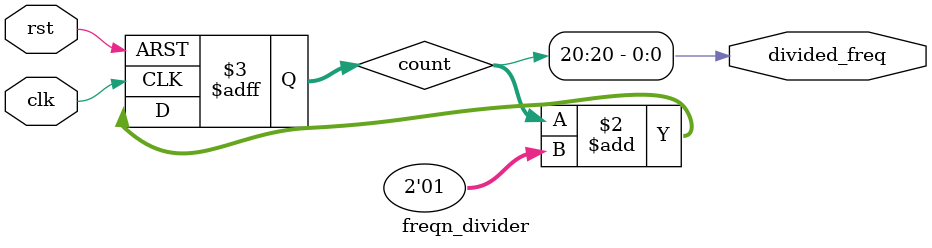
<source format=v>
`timescale 1ns / 1ps



module freqn_divider(input clk,rst,
                    output divided_freq);
                    
reg [24:0]count;
 always @(posedge clk,posedge rst)
        begin 
            if ( rst)
               count<=2'b00;
            else 
                count<=count+2'b01;     
        end 
        
        assign divided_freq = count[20];
endmodule

</source>
